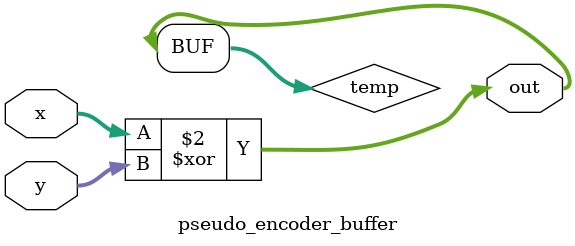
<source format=v>
module pseudo_encoder_buffer(output [31:0]out ,input [31:0]x,y);
	reg [31:0]temp;
	reg [31:0] temp1;
	always@(*) begin
	temp = x ^ y;
	end
	assign out = temp;
endmodule

</source>
